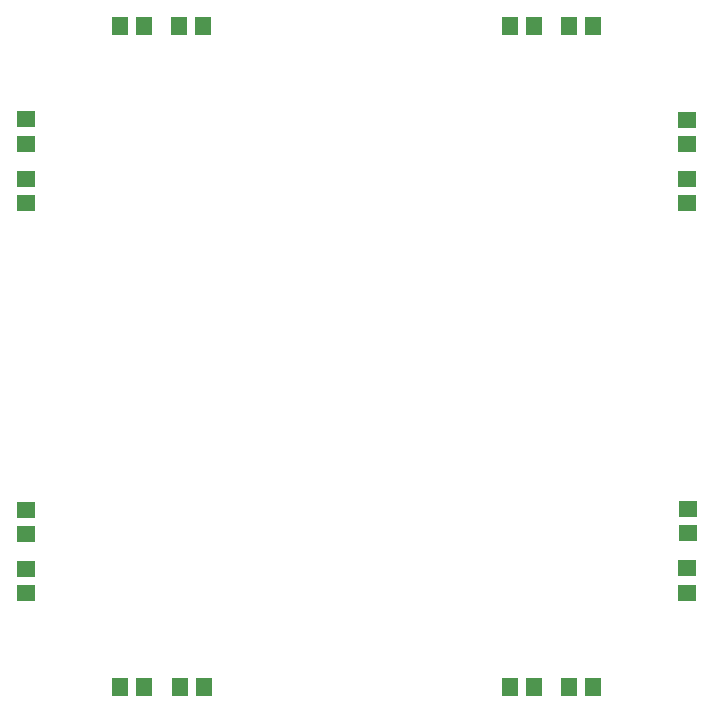
<source format=gtp>
G04 MADE WITH FRITZING*
G04 WWW.FRITZING.ORG*
G04 DOUBLE SIDED*
G04 HOLES PLATED*
G04 CONTOUR ON CENTER OF CONTOUR VECTOR*
%ASAXBY*%
%FSLAX23Y23*%
%MOIN*%
%OFA0B0*%
%SFA1.0B1.0*%
%ADD10R,0.059055X0.055118*%
%ADD11R,0.055118X0.059055*%
%LNPASTEMASK1*%
G90*
G70*
G54D10*
X2281Y1690D03*
X2281Y1771D03*
G54D11*
X1690Y2282D03*
X1771Y2282D03*
X1690Y77D03*
X1771Y77D03*
G54D10*
X2282Y392D03*
X2282Y473D03*
X77Y391D03*
X77Y472D03*
X78Y1691D03*
X78Y1772D03*
G54D11*
X391Y2282D03*
X471Y2282D03*
X391Y77D03*
X471Y77D03*
X668Y2282D03*
X588Y2282D03*
G54D10*
X79Y1970D03*
X79Y1889D03*
G54D11*
X670Y77D03*
X590Y77D03*
X1968Y2282D03*
X1887Y2282D03*
G54D10*
X2282Y1969D03*
X2282Y1888D03*
X2283Y670D03*
X2283Y590D03*
X78Y669D03*
X78Y589D03*
G54D11*
X1968Y77D03*
X1887Y77D03*
G04 End of PasteMask1*
M02*
</source>
